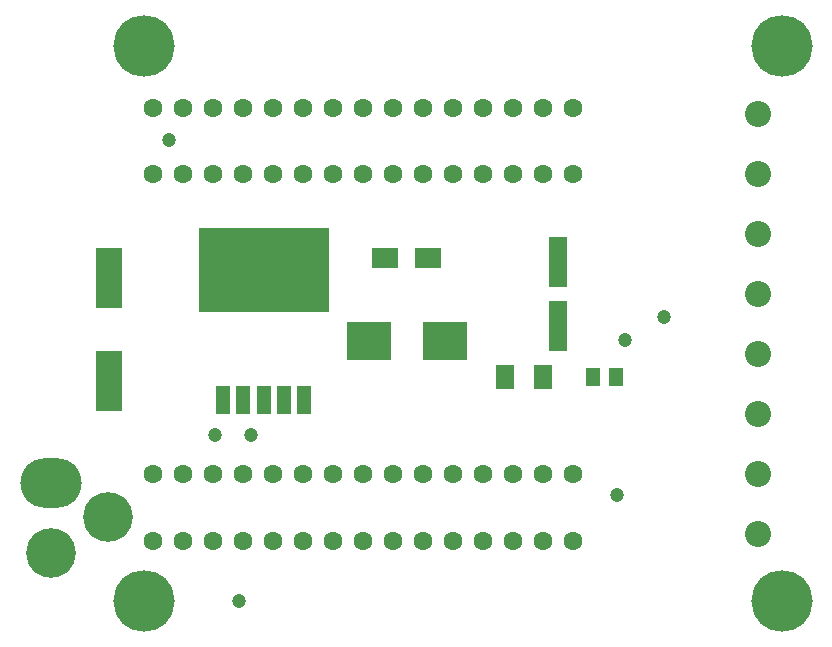
<source format=gbr>
%TF.GenerationSoftware,Altium Limited,Altium Designer,23.4.1 (23)*%
G04 Layer_Color=8388736*
%FSLAX45Y45*%
%MOMM*%
%TF.SameCoordinates,EC373B95-F81A-4979-A11E-F0651E9AEA0C*%
%TF.FilePolarity,Negative*%
%TF.FileFunction,Soldermask,Top*%
%TF.Part,Single*%
G01*
G75*
%TA.AperFunction,SMDPad,CuDef*%
%ADD37R,3.70320X3.20320*%
%ADD38R,1.20320X1.50320*%
%ADD39R,2.20320X1.65320*%
%ADD40R,1.60320X4.20320*%
%ADD41R,1.30320X2.40320*%
%ADD42R,11.00320X7.20320*%
%ADD43R,2.20320X5.20320*%
%ADD44R,1.55320X2.10320*%
%TA.AperFunction,ComponentPad*%
%ADD45C,2.20320*%
%TA.AperFunction,ViaPad*%
%ADD46C,5.20320*%
%TA.AperFunction,ComponentPad*%
%ADD47C,1.60320*%
%ADD48C,1.60000*%
%ADD49O,5.20320X4.20320*%
%ADD50C,4.20320*%
%TA.AperFunction,ViaPad*%
%ADD51C,1.20320*%
D37*
X3945000Y2700000D02*
D03*
X3305000Y2698000D02*
D03*
D38*
X5392725Y2398124D02*
D03*
X5202725D02*
D03*
D39*
X3440000Y3400000D02*
D03*
X3800000D02*
D03*
D40*
X4900000Y3370000D02*
D03*
Y2830000D02*
D03*
D41*
X2070001Y2200000D02*
D03*
X2239998D02*
D03*
X2410000D02*
D03*
X2580002D02*
D03*
X2749999D02*
D03*
D42*
X2410000Y3305002D02*
D03*
D43*
X1100000Y3235000D02*
D03*
Y2365000D02*
D03*
D44*
X4457500Y2395000D02*
D03*
X4772500D02*
D03*
D45*
X6600000Y1070000D02*
D03*
Y2086000D02*
D03*
Y1578000D02*
D03*
Y3102000D02*
D03*
Y2594000D02*
D03*
Y4118000D02*
D03*
Y4626000D02*
D03*
Y3610000D02*
D03*
D46*
X6800000Y5200000D02*
D03*
Y500000D02*
D03*
X1400000D02*
D03*
Y5200000D02*
D03*
D47*
X4526000Y4110000D02*
D03*
X4272000D02*
D03*
X4018000D02*
D03*
X3764000D02*
D03*
X3510000D02*
D03*
X3256000D02*
D03*
X2748000D02*
D03*
X1478000D02*
D03*
X1732000D02*
D03*
X1986000D02*
D03*
X2240000D02*
D03*
X2494000D02*
D03*
X3002000D02*
D03*
X4780000D02*
D03*
X5034000D02*
D03*
X4526000Y1570000D02*
D03*
X4272000D02*
D03*
X4018000D02*
D03*
X3764000D02*
D03*
X3510000D02*
D03*
X3256000D02*
D03*
X2748000D02*
D03*
X1478000D02*
D03*
X1732000D02*
D03*
X1986000D02*
D03*
X2240000D02*
D03*
X2494000D02*
D03*
X3002000D02*
D03*
X4780000D02*
D03*
X5034000D02*
D03*
D48*
X2748000Y1008000D02*
D03*
X3002000D02*
D03*
X3256000D02*
D03*
X3510000D02*
D03*
X3764000D02*
D03*
X4018000D02*
D03*
X4272000D02*
D03*
X4526000D02*
D03*
X4780000D02*
D03*
X5034000D02*
D03*
X2748000Y4672000D02*
D03*
X3002000D02*
D03*
X3256000D02*
D03*
X3510000D02*
D03*
X3764000D02*
D03*
X4018000D02*
D03*
X4272000D02*
D03*
X4526000D02*
D03*
X4780000D02*
D03*
X5034000D02*
D03*
X2494000Y1008000D02*
D03*
X2240000D02*
D03*
X1986000D02*
D03*
X1732000D02*
D03*
X1478000D02*
D03*
X2494000Y4672000D02*
D03*
X2240000D02*
D03*
X1986000D02*
D03*
X1732000D02*
D03*
X1478000D02*
D03*
D49*
X606900Y1501749D02*
D03*
D50*
Y904849D02*
D03*
X1089500Y1209649D02*
D03*
D51*
X2200000Y500000D02*
D03*
X5800000Y2900000D02*
D03*
X5400000Y1400000D02*
D03*
X2300000Y1900000D02*
D03*
X2000000D02*
D03*
X5470000Y2710000D02*
D03*
X1610000Y4400000D02*
D03*
%TF.MD5,98d84cb905c78c4774fdec71981c3091*%
M02*

</source>
